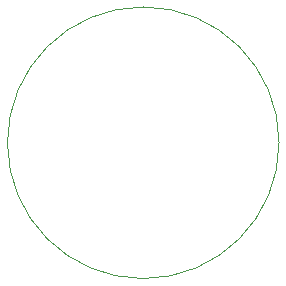
<source format=gbr>
%TF.GenerationSoftware,KiCad,Pcbnew,(6.0.7)*%
%TF.CreationDate,2022-09-29T17:13:44+13:00*%
%TF.ProjectId,encoder,656e636f-6465-4722-9e6b-696361645f70,rev?*%
%TF.SameCoordinates,Original*%
%TF.FileFunction,Profile,NP*%
%FSLAX46Y46*%
G04 Gerber Fmt 4.6, Leading zero omitted, Abs format (unit mm)*
G04 Created by KiCad (PCBNEW (6.0.7)) date 2022-09-29 17:13:44*
%MOMM*%
%LPD*%
G01*
G04 APERTURE LIST*
%TA.AperFunction,Profile*%
%ADD10C,0.100000*%
%TD*%
G04 APERTURE END LIST*
D10*
X11500000Y0D02*
G75*
G03*
X11500000Y0I-11500000J0D01*
G01*
M02*

</source>
